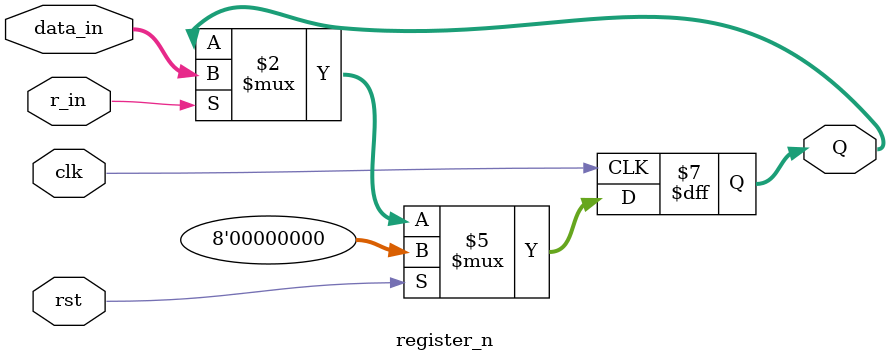
<source format=v>
module sign_extend(in, ext); 
	/* 
	 * This module sign extends the 9-bit Din to a 16-bit output.
	 */
	// Declare inputs and outputs
	input [8:0] in;
	output reg [15:0] ext;
	
	// Implement logic
	
	// The input will be a twos complement
   // output is a sign extended 
	
	always @ (in) begin
		// If input is positive the MSB of In will be 0
		if(in[8] == 0) begin 
			ext[15:9] = 7'b0000000;
			ext[8:0] = in[8:0];
		end
		
		// If input is negative the MSB of the In will be 1
		else if (in[8] == 1) begin
			ext[15:9] = 7'b1111111;
			ext[8:0] = in[8:0];
		end
	end
endmodule



module tick_FSM(rst, clk, enable, tick);  
	/* 
	 * This module implements a tick FSM that will be used to
	 * control the actions of the control unit
	 */

	// Declare inputs and outputs
	input [0:0] rst;
	input [0:0] clk;
	input [0:0] enable;
	output reg [3:0] tick; // Output reg that represents the current tick.
	reg [3:0] next_state; 
	
    // Implement FSM
	 
	 // When enable is on, cycle through 4 ticks that is based on clk. 
	 // The outputted Tick is a 4 bit value to the control unit that performs tasks every tick depending on Opcode.
	 // The MSB of 'tick' represents tick4 and when it is high we choose an instruction from tick4 instructions based on current opcode
	 
	 // State our 4 possible tick states
	 parameter tick1 = 4'b0001;
	 parameter tick2 = 4'b0010;
	 parameter tick3 = 4'b0100;
	 parameter tick4 = 4'b1000;
	 
	 always @(posedge clk) begin
	 
		 if (rst) begin 
			tick <= tick1; // Reset current state back to tick1
		 end
		 else if (enable) begin
			tick <= next_state;
		 end
	 end
	 // If clk and enable is high cycle through our 4 ticks, setting our current tick to tick1....tick4
	 always @(*) begin
		case(tick)
		
			tick1: 
				next_state =tick2;
			tick2: 
				next_state =tick3;
			tick3:
				next_state =tick4;
			tick4:
				next_state =tick1;
				
			default:
				next_state =tick1;
			
		endcase
	 end

	 
endmodule

module multiplexer(SignExtDin, R0, R1, R2, R3, R4, R5, R6, R7, G, sel, Bus);
	/* 
	 * This module takes 10 inputs and places the correct input onto the bus.
	 */
	// Declare inputs and outputs
	input [15:0] SignExtDin, R0, R1, R2, R3, R4, R5, R6, R7, G;
   input [3:0] sel;
   output reg [15:0] Bus;
	
	// Implement logic
	always @(*) begin
    case (sel)
        4'b0000: Bus = R0;
        4'b0001: Bus = R1;
        4'b0010: Bus = R2;
        4'b0011: Bus = R3;
        4'b0100: Bus = R4;
        4'b0101: Bus = R5;
        4'b0110: Bus = R6;
        4'b0111: Bus = R7;
        4'b1000: Bus = G;
        4'b1001: Bus = SignExtDin;
        default: Bus = 16'b0; // Default to 0 if sel is invalid
    endcase
	 end
endmodule


module ALU (input_a, input_b, alu_op, result); 
	/* 
	 * This module implements the arithmetic logic unit of the processor.
	 */
	// Declare inputs and outputs
	input [15:0] input_a;
	input [15:0] input_b;
	input [2:0] alu_op;
	output reg [15:0] result;
	
	// Implement ALU Logic:
	always @ (*) begin
	
		case(alu_op)
			
			3'b000:
					result = input_a * input_b;
			3'b001:
					result = input_a + input_b;
			3'b010:
					result = input_a - input_b;
			3'b011:
					if (input_a >=0) begin
						// Shift left when input_a is positive
						result = input_b <<< input_a;
					end
					else begin
						// Shift right when the input_a is negative
						result = input_b >>> (-input_a);
					end
			default: result = 16'b0; // Default to 0 if sel is invalid
		endcase
	end
endmodule


module register_n #(parameter n = 8)(data_in,r_in,rst,clk,Q);
	/*

	Function: Creates an n-bit register

	Input:
		n = parameter for the width of the data
		data_in = data to be stored
		r_in = enables the register to store data
		rst = Resets value to 0
		clk = clock
		
	Output:
		Q= output
	*/
	
	//IO
	input [n-1:0] data_in;
	input r_in, rst,clk;
	output reg [n-1:0] Q;
	
	always @(posedge clk) begin
		if (rst) begin
		Q <= {n{1'b0}}; // format for creating n-bit output is from stackoverflow
		end
		else if (r_in) begin
		Q <= data_in;
		end
	end

endmodule 


</source>
